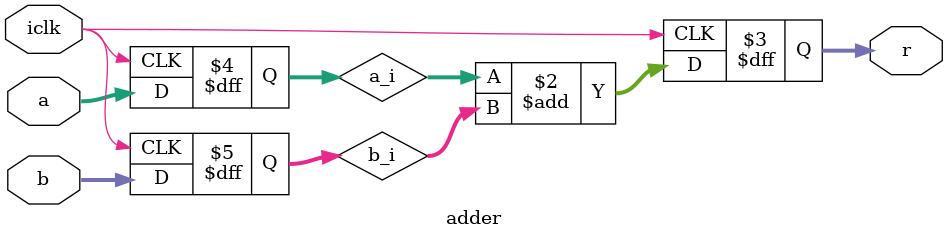
<source format=v>
`timescale 1ns / 1ps


module adder
#( parameter C_OPERAND_WIDTH = 64)
(
    input [C_OPERAND_WIDTH - 1 : 0] a, b,
    input iclk,
    output reg [C_OPERAND_WIDTH : 0] r
);
reg [C_OPERAND_WIDTH : 0] r_i;
reg [C_OPERAND_WIDTH - 1 : 0] a_i, b_i;

always @(posedge iclk)
begin
  a_i <= a;
  b_i <= b;
  r <= a_i + b_i;
  
end
endmodule

</source>
